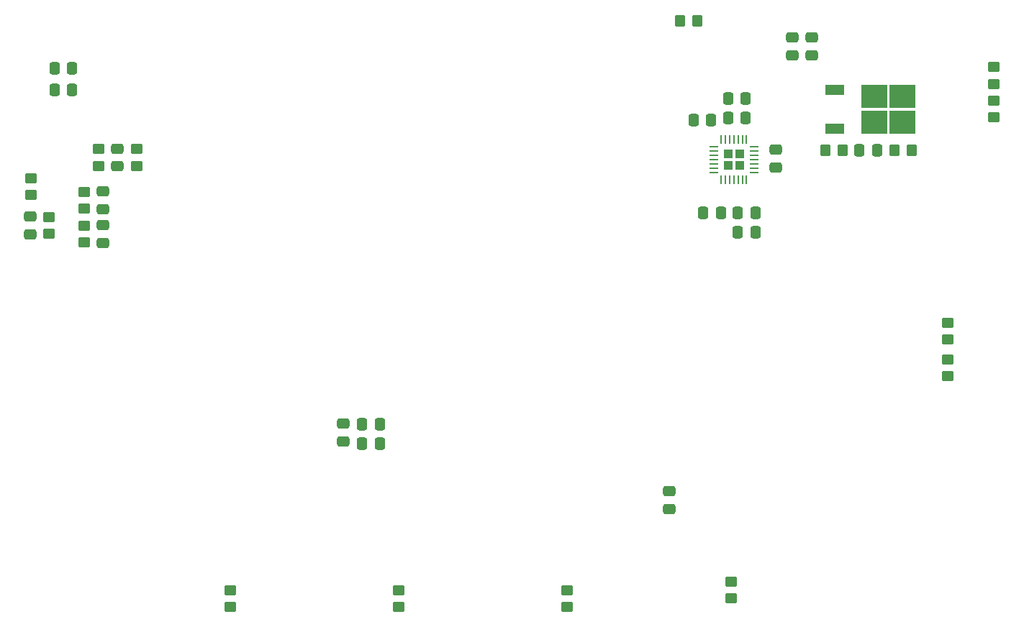
<source format=gbr>
%TF.GenerationSoftware,KiCad,Pcbnew,(6.0.7)*%
%TF.CreationDate,2022-11-14T00:19:26-05:00*%
%TF.ProjectId,MASA_Rover_1.0,4d415341-5f52-46f7-9665-725f312e302e,rev?*%
%TF.SameCoordinates,Original*%
%TF.FileFunction,Paste,Bot*%
%TF.FilePolarity,Positive*%
%FSLAX46Y46*%
G04 Gerber Fmt 4.6, Leading zero omitted, Abs format (unit mm)*
G04 Created by KiCad (PCBNEW (6.0.7)) date 2022-11-14 00:19:26*
%MOMM*%
%LPD*%
G01*
G04 APERTURE LIST*
G04 Aperture macros list*
%AMRoundRect*
0 Rectangle with rounded corners*
0 $1 Rounding radius*
0 $2 $3 $4 $5 $6 $7 $8 $9 X,Y pos of 4 corners*
0 Add a 4 corners polygon primitive as box body*
4,1,4,$2,$3,$4,$5,$6,$7,$8,$9,$2,$3,0*
0 Add four circle primitives for the rounded corners*
1,1,$1+$1,$2,$3*
1,1,$1+$1,$4,$5*
1,1,$1+$1,$6,$7*
1,1,$1+$1,$8,$9*
0 Add four rect primitives between the rounded corners*
20,1,$1+$1,$2,$3,$4,$5,0*
20,1,$1+$1,$4,$5,$6,$7,0*
20,1,$1+$1,$6,$7,$8,$9,0*
20,1,$1+$1,$8,$9,$2,$3,0*%
G04 Aperture macros list end*
%ADD10RoundRect,0.250000X-0.475000X0.337500X-0.475000X-0.337500X0.475000X-0.337500X0.475000X0.337500X0*%
%ADD11RoundRect,0.250000X0.475000X-0.337500X0.475000X0.337500X-0.475000X0.337500X-0.475000X-0.337500X0*%
%ADD12RoundRect,0.250000X-0.450000X0.350000X-0.450000X-0.350000X0.450000X-0.350000X0.450000X0.350000X0*%
%ADD13RoundRect,0.250000X0.337500X0.475000X-0.337500X0.475000X-0.337500X-0.475000X0.337500X-0.475000X0*%
%ADD14RoundRect,0.250000X0.350000X0.450000X-0.350000X0.450000X-0.350000X-0.450000X0.350000X-0.450000X0*%
%ADD15RoundRect,0.250000X0.450000X-0.350000X0.450000X0.350000X-0.450000X0.350000X-0.450000X-0.350000X0*%
%ADD16RoundRect,0.250000X-0.337500X-0.475000X0.337500X-0.475000X0.337500X0.475000X-0.337500X0.475000X0*%
%ADD17RoundRect,0.250000X0.295000X-0.295000X0.295000X0.295000X-0.295000X0.295000X-0.295000X-0.295000X0*%
%ADD18RoundRect,0.062500X0.062500X-0.425000X0.062500X0.425000X-0.062500X0.425000X-0.062500X-0.425000X0*%
%ADD19RoundRect,0.062500X0.425000X-0.062500X0.425000X0.062500X-0.425000X0.062500X-0.425000X-0.062500X0*%
%ADD20R,3.050000X2.750000*%
%ADD21R,2.200000X1.200000*%
%ADD22RoundRect,0.250000X-0.350000X-0.450000X0.350000X-0.450000X0.350000X0.450000X-0.350000X0.450000X0*%
G04 APERTURE END LIST*
D10*
%TO.C,C19*%
X50228500Y-78020000D03*
X50228500Y-80095000D03*
%TD*%
D11*
%TO.C,C18*%
X50228500Y-84095500D03*
X50228500Y-82020500D03*
%TD*%
D12*
%TO.C,R47*%
X85056000Y-124954000D03*
X85056000Y-126954000D03*
%TD*%
D13*
%TO.C,C13*%
X122957500Y-80518000D03*
X120882500Y-80518000D03*
%TD*%
D12*
%TO.C,R14*%
X54229000Y-73041000D03*
X54229000Y-75041000D03*
%TD*%
%TO.C,R46*%
X65244000Y-124954000D03*
X65244000Y-126954000D03*
%TD*%
D14*
%TO.C,R4*%
X120126000Y-57912000D03*
X118126000Y-57912000D03*
%TD*%
D10*
%TO.C,C25*%
X78486000Y-105388500D03*
X78486000Y-107463500D03*
%TD*%
D12*
%TO.C,R23*%
X155067000Y-67310000D03*
X155067000Y-69310000D03*
%TD*%
%TO.C,R9*%
X48069500Y-82058000D03*
X48069500Y-84058000D03*
%TD*%
%TO.C,R49*%
X104868000Y-124954000D03*
X104868000Y-126954000D03*
%TD*%
%TO.C,R13*%
X49720500Y-73041000D03*
X49720500Y-75041000D03*
%TD*%
D13*
%TO.C,C14*%
X121814500Y-69596000D03*
X119739500Y-69596000D03*
%TD*%
D15*
%TO.C,R15*%
X149669500Y-95488000D03*
X149669500Y-93488000D03*
%TD*%
D16*
%TO.C,C7*%
X123803500Y-67056000D03*
X125878500Y-67056000D03*
%TD*%
%TO.C,C23*%
X80750500Y-105410000D03*
X82825500Y-105410000D03*
%TD*%
D17*
%TO.C,U2*%
X125135000Y-73620000D03*
X125135000Y-74970000D03*
X123785000Y-73620000D03*
X123785000Y-74970000D03*
D18*
X125960000Y-76657500D03*
X125460000Y-76657500D03*
X124960000Y-76657500D03*
X124460000Y-76657500D03*
X123960000Y-76657500D03*
X123460000Y-76657500D03*
X122960000Y-76657500D03*
D19*
X122097500Y-75795000D03*
X122097500Y-75295000D03*
X122097500Y-74795000D03*
X122097500Y-74295000D03*
X122097500Y-73795000D03*
X122097500Y-73295000D03*
X122097500Y-72795000D03*
D18*
X122960000Y-71932500D03*
X123460000Y-71932500D03*
X123960000Y-71932500D03*
X124460000Y-71932500D03*
X124960000Y-71932500D03*
X125460000Y-71932500D03*
X125960000Y-71932500D03*
D19*
X126822500Y-72795000D03*
X126822500Y-73295000D03*
X126822500Y-73795000D03*
X126822500Y-74295000D03*
X126822500Y-74795000D03*
X126822500Y-75295000D03*
X126822500Y-75795000D03*
%TD*%
D10*
%TO.C,C26*%
X116840000Y-113326000D03*
X116840000Y-115401000D03*
%TD*%
D12*
%TO.C,R20*%
X155067000Y-63373000D03*
X155067000Y-65373000D03*
%TD*%
D11*
%TO.C,C5*%
X131318000Y-61997500D03*
X131318000Y-59922500D03*
%TD*%
D12*
%TO.C,R12*%
X41783000Y-76470000D03*
X41783000Y-78470000D03*
%TD*%
D16*
%TO.C,C9*%
X124946500Y-80518000D03*
X127021500Y-80518000D03*
%TD*%
%TO.C,C4*%
X44555500Y-66040000D03*
X46630500Y-66040000D03*
%TD*%
D10*
%TO.C,C20*%
X51943000Y-73003500D03*
X51943000Y-75078500D03*
%TD*%
D12*
%TO.C,R48*%
X124172000Y-123938000D03*
X124172000Y-125938000D03*
%TD*%
%TO.C,R16*%
X149669500Y-97806000D03*
X149669500Y-99806000D03*
%TD*%
D15*
%TO.C,R11*%
X43878500Y-83042000D03*
X43878500Y-81042000D03*
%TD*%
D16*
%TO.C,C3*%
X44555500Y-63563500D03*
X46630500Y-63563500D03*
%TD*%
%TO.C,D1*%
X139253500Y-73151000D03*
X141328500Y-73151000D03*
%TD*%
%TO.C,C8*%
X123803500Y-69342000D03*
X125878500Y-69342000D03*
%TD*%
%TO.C,C24*%
X80750500Y-107696000D03*
X82825500Y-107696000D03*
%TD*%
%TO.C,C10*%
X124946500Y-82804000D03*
X127021500Y-82804000D03*
%TD*%
D11*
%TO.C,C75*%
X129413000Y-75205500D03*
X129413000Y-73130500D03*
%TD*%
D10*
%TO.C,C17*%
X41719500Y-81004500D03*
X41719500Y-83079500D03*
%TD*%
D20*
%TO.C,Q1*%
X140970000Y-69850000D03*
X140970000Y-66800000D03*
X144320000Y-69850000D03*
X144320000Y-66800000D03*
D21*
X136345000Y-70605000D03*
X136345000Y-66045000D03*
%TD*%
D14*
%TO.C,R3*%
X137243000Y-73151000D03*
X135243000Y-73151000D03*
%TD*%
D15*
%TO.C,R10*%
X48069500Y-80057500D03*
X48069500Y-78057500D03*
%TD*%
D11*
%TO.C,C6*%
X133604000Y-61997500D03*
X133604000Y-59922500D03*
%TD*%
D22*
%TO.C,R1*%
X143355000Y-73151000D03*
X145355000Y-73151000D03*
%TD*%
M02*

</source>
